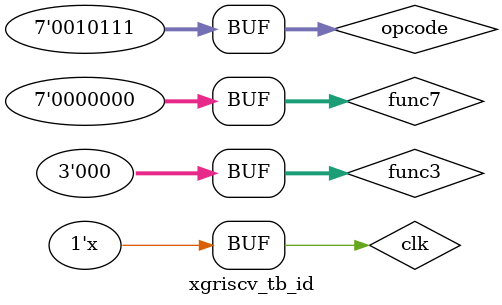
<source format=v>
`timescale 1ns/1ps
module xgriscv_tb_id();
    
   reg         clk;
   reg   [6:0] opcode;
   reg   [6:0] func7;
   reg   [2:0] func3;
   wire        aluSrc;
   wire  [1:0] dataSel;
   wire        wdSel;
   wire        regWrite; 
   wire        memWrite;
   wire        pcSrc;
   wire  [2:0] dmType;
   wire  [3:0] aluOp;  
   wire  [2:0] extOp;

   initial begin
      clk               = 0;
      opcode            = 7'b0010111;
      func3             = 0;
      func7             = 0;
   end   
   always #50 clk = ~clk;

   id xgriscv_id(clk,opcode,func7,func3,aluSrc,dataSel,wdSel,regWrite,memWrite,pcSrc,dmType,aluOp,extOp);
endmodule

</source>
